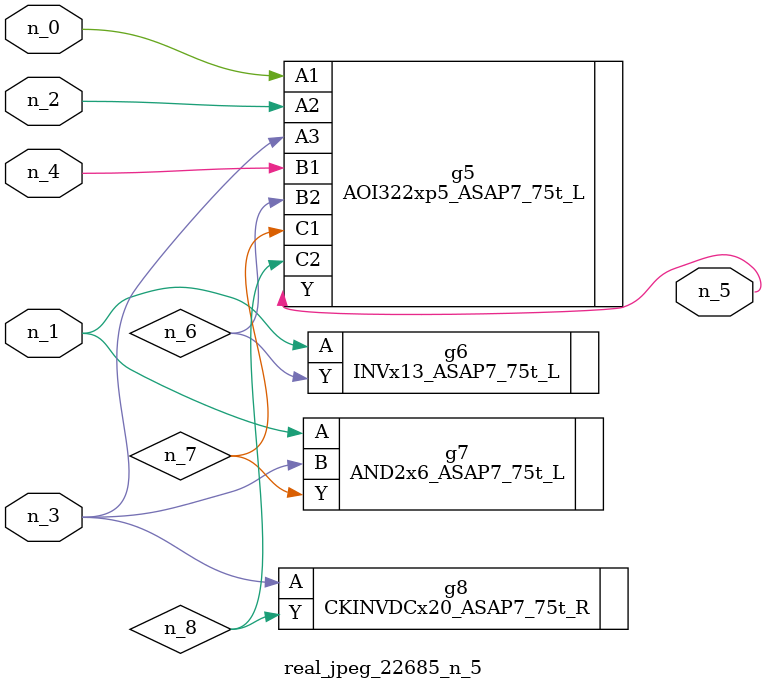
<source format=v>
module real_jpeg_22685_n_5 (n_4, n_0, n_1, n_2, n_3, n_5);

input n_4;
input n_0;
input n_1;
input n_2;
input n_3;

output n_5;

wire n_8;
wire n_6;
wire n_7;

AOI322xp5_ASAP7_75t_L g5 ( 
.A1(n_0),
.A2(n_2),
.A3(n_3),
.B1(n_4),
.B2(n_6),
.C1(n_7),
.C2(n_8),
.Y(n_5)
);

INVx13_ASAP7_75t_L g6 ( 
.A(n_1),
.Y(n_6)
);

AND2x6_ASAP7_75t_L g7 ( 
.A(n_1),
.B(n_3),
.Y(n_7)
);

CKINVDCx20_ASAP7_75t_R g8 ( 
.A(n_3),
.Y(n_8)
);


endmodule
</source>
